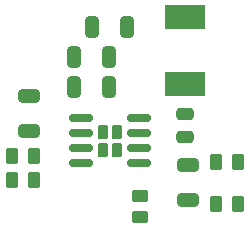
<source format=gbr>
%TF.GenerationSoftware,KiCad,Pcbnew,(6.0.2)*%
%TF.CreationDate,2022-04-08T09:52:01+08:00*%
%TF.ProjectId,NoiseAMP_BAT,4e6f6973-6541-44d5-905f-4241542e6b69,rev?*%
%TF.SameCoordinates,Original*%
%TF.FileFunction,Paste,Top*%
%TF.FilePolarity,Positive*%
%FSLAX46Y46*%
G04 Gerber Fmt 4.6, Leading zero omitted, Abs format (unit mm)*
G04 Created by KiCad (PCBNEW (6.0.2)) date 2022-04-08 09:52:01*
%MOMM*%
%LPD*%
G01*
G04 APERTURE LIST*
G04 Aperture macros list*
%AMRoundRect*
0 Rectangle with rounded corners*
0 $1 Rounding radius*
0 $2 $3 $4 $5 $6 $7 $8 $9 X,Y pos of 4 corners*
0 Add a 4 corners polygon primitive as box body*
4,1,4,$2,$3,$4,$5,$6,$7,$8,$9,$2,$3,0*
0 Add four circle primitives for the rounded corners*
1,1,$1+$1,$2,$3*
1,1,$1+$1,$4,$5*
1,1,$1+$1,$6,$7*
1,1,$1+$1,$8,$9*
0 Add four rect primitives between the rounded corners*
20,1,$1+$1,$2,$3,$4,$5,0*
20,1,$1+$1,$4,$5,$6,$7,0*
20,1,$1+$1,$6,$7,$8,$9,0*
20,1,$1+$1,$8,$9,$2,$3,0*%
G04 Aperture macros list end*
%ADD10RoundRect,0.230000X-0.230000X-0.375000X0.230000X-0.375000X0.230000X0.375000X-0.230000X0.375000X0*%
%ADD11RoundRect,0.150000X-0.825000X-0.150000X0.825000X-0.150000X0.825000X0.150000X-0.825000X0.150000X0*%
%ADD12RoundRect,0.250000X-0.262500X-0.450000X0.262500X-0.450000X0.262500X0.450000X-0.262500X0.450000X0*%
%ADD13RoundRect,0.250000X0.450000X-0.262500X0.450000X0.262500X-0.450000X0.262500X-0.450000X-0.262500X0*%
%ADD14R,3.400000X2.000000*%
%ADD15RoundRect,0.250000X-0.650000X0.325000X-0.650000X-0.325000X0.650000X-0.325000X0.650000X0.325000X0*%
%ADD16RoundRect,0.250000X0.650000X-0.325000X0.650000X0.325000X-0.650000X0.325000X-0.650000X-0.325000X0*%
%ADD17RoundRect,0.250000X-0.475000X0.250000X-0.475000X-0.250000X0.475000X-0.250000X0.475000X0.250000X0*%
%ADD18RoundRect,0.250000X0.325000X0.650000X-0.325000X0.650000X-0.325000X-0.650000X0.325000X-0.650000X0*%
G04 APERTURE END LIST*
D10*
%TO.C,U1*%
X127700000Y-67322000D03*
X128840000Y-68822000D03*
X128840000Y-67322000D03*
X127700000Y-68822000D03*
D11*
X125795000Y-66167000D03*
X125795000Y-67437000D03*
X125795000Y-68707000D03*
X125795000Y-69977000D03*
X130745000Y-69977000D03*
X130745000Y-68707000D03*
X130745000Y-67437000D03*
X130745000Y-66167000D03*
%TD*%
D12*
%TO.C,R5*%
X119991500Y-71374000D03*
X121816500Y-71374000D03*
%TD*%
D13*
%TO.C,R4*%
X130810000Y-74572500D03*
X130810000Y-72747500D03*
%TD*%
D12*
%TO.C,R3*%
X119991500Y-69342000D03*
X121816500Y-69342000D03*
%TD*%
%TO.C,R2*%
X137263500Y-73406000D03*
X139088500Y-73406000D03*
%TD*%
%TO.C,R1*%
X137263500Y-69850000D03*
X139088500Y-69850000D03*
%TD*%
D14*
%TO.C,L1*%
X134620000Y-63302000D03*
X134620000Y-57602000D03*
%TD*%
D15*
%TO.C,C6*%
X134874000Y-70153000D03*
X134874000Y-73103000D03*
%TD*%
D16*
%TO.C,C5*%
X121412000Y-67261000D03*
X121412000Y-64311000D03*
%TD*%
D17*
%TO.C,C4*%
X134620000Y-65852000D03*
X134620000Y-67752000D03*
%TD*%
D18*
%TO.C,C3*%
X129745000Y-58420000D03*
X126795000Y-58420000D03*
%TD*%
%TO.C,C2*%
X128221000Y-63500000D03*
X125271000Y-63500000D03*
%TD*%
%TO.C,C1*%
X128221000Y-60960000D03*
X125271000Y-60960000D03*
%TD*%
M02*

</source>
